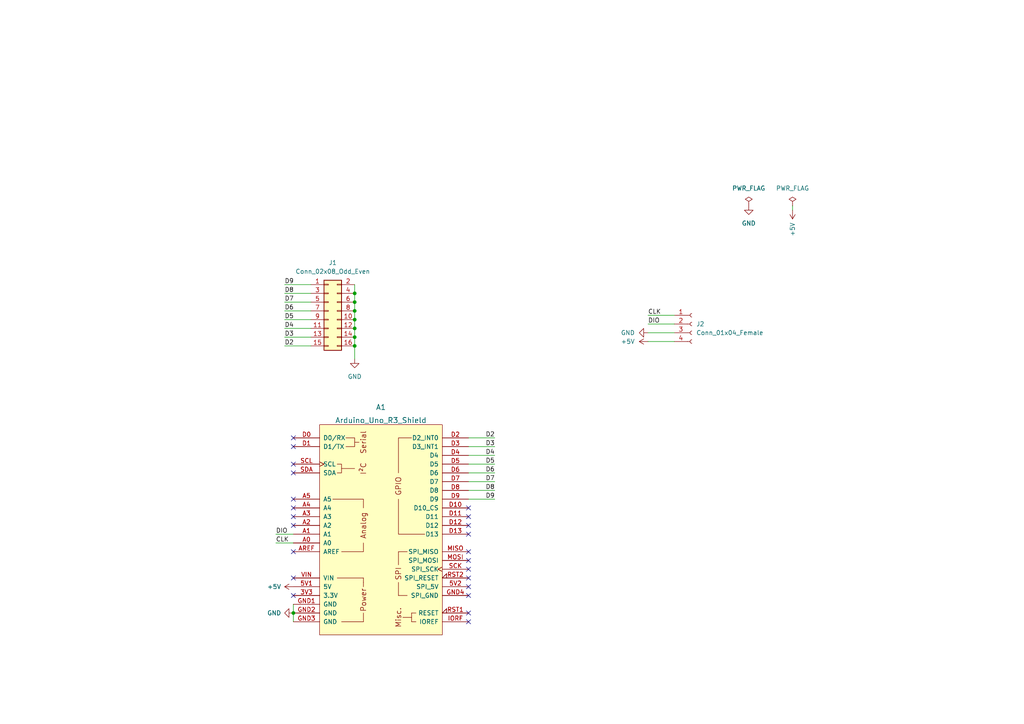
<source format=kicad_sch>
(kicad_sch (version 20211123) (generator eeschema)

  (uuid 5c8d8d1d-4bd6-47bc-97e7-9f59898eb337)

  (paper "A4")

  (lib_symbols
    (symbol "Connector:Conn_01x04_Female" (pin_names (offset 1.016) hide) (in_bom yes) (on_board yes)
      (property "Reference" "J" (id 0) (at 0 5.08 0)
        (effects (font (size 1.27 1.27)))
      )
      (property "Value" "Conn_01x04_Female" (id 1) (at 0 -7.62 0)
        (effects (font (size 1.27 1.27)))
      )
      (property "Footprint" "" (id 2) (at 0 0 0)
        (effects (font (size 1.27 1.27)) hide)
      )
      (property "Datasheet" "~" (id 3) (at 0 0 0)
        (effects (font (size 1.27 1.27)) hide)
      )
      (property "ki_keywords" "connector" (id 4) (at 0 0 0)
        (effects (font (size 1.27 1.27)) hide)
      )
      (property "ki_description" "Generic connector, single row, 01x04, script generated (kicad-library-utils/schlib/autogen/connector/)" (id 5) (at 0 0 0)
        (effects (font (size 1.27 1.27)) hide)
      )
      (property "ki_fp_filters" "Connector*:*_1x??_*" (id 6) (at 0 0 0)
        (effects (font (size 1.27 1.27)) hide)
      )
      (symbol "Conn_01x04_Female_1_1"
        (arc (start 0 -4.572) (mid -0.508 -5.08) (end 0 -5.588)
          (stroke (width 0.1524) (type default) (color 0 0 0 0))
          (fill (type none))
        )
        (arc (start 0 -2.032) (mid -0.508 -2.54) (end 0 -3.048)
          (stroke (width 0.1524) (type default) (color 0 0 0 0))
          (fill (type none))
        )
        (polyline
          (pts
            (xy -1.27 -5.08)
            (xy -0.508 -5.08)
          )
          (stroke (width 0.1524) (type default) (color 0 0 0 0))
          (fill (type none))
        )
        (polyline
          (pts
            (xy -1.27 -2.54)
            (xy -0.508 -2.54)
          )
          (stroke (width 0.1524) (type default) (color 0 0 0 0))
          (fill (type none))
        )
        (polyline
          (pts
            (xy -1.27 0)
            (xy -0.508 0)
          )
          (stroke (width 0.1524) (type default) (color 0 0 0 0))
          (fill (type none))
        )
        (polyline
          (pts
            (xy -1.27 2.54)
            (xy -0.508 2.54)
          )
          (stroke (width 0.1524) (type default) (color 0 0 0 0))
          (fill (type none))
        )
        (arc (start 0 0.508) (mid -0.508 0) (end 0 -0.508)
          (stroke (width 0.1524) (type default) (color 0 0 0 0))
          (fill (type none))
        )
        (arc (start 0 3.048) (mid -0.508 2.54) (end 0 2.032)
          (stroke (width 0.1524) (type default) (color 0 0 0 0))
          (fill (type none))
        )
        (pin passive line (at -5.08 2.54 0) (length 3.81)
          (name "Pin_1" (effects (font (size 1.27 1.27))))
          (number "1" (effects (font (size 1.27 1.27))))
        )
        (pin passive line (at -5.08 0 0) (length 3.81)
          (name "Pin_2" (effects (font (size 1.27 1.27))))
          (number "2" (effects (font (size 1.27 1.27))))
        )
        (pin passive line (at -5.08 -2.54 0) (length 3.81)
          (name "Pin_3" (effects (font (size 1.27 1.27))))
          (number "3" (effects (font (size 1.27 1.27))))
        )
        (pin passive line (at -5.08 -5.08 0) (length 3.81)
          (name "Pin_4" (effects (font (size 1.27 1.27))))
          (number "4" (effects (font (size 1.27 1.27))))
        )
      )
    )
    (symbol "Connector_Generic:Conn_02x08_Odd_Even" (pin_names (offset 1.016) hide) (in_bom yes) (on_board yes)
      (property "Reference" "J" (id 0) (at 1.27 10.16 0)
        (effects (font (size 1.27 1.27)))
      )
      (property "Value" "Conn_02x08_Odd_Even" (id 1) (at 1.27 -12.7 0)
        (effects (font (size 1.27 1.27)))
      )
      (property "Footprint" "" (id 2) (at 0 0 0)
        (effects (font (size 1.27 1.27)) hide)
      )
      (property "Datasheet" "~" (id 3) (at 0 0 0)
        (effects (font (size 1.27 1.27)) hide)
      )
      (property "ki_keywords" "connector" (id 4) (at 0 0 0)
        (effects (font (size 1.27 1.27)) hide)
      )
      (property "ki_description" "Generic connector, double row, 02x08, odd/even pin numbering scheme (row 1 odd numbers, row 2 even numbers), script generated (kicad-library-utils/schlib/autogen/connector/)" (id 5) (at 0 0 0)
        (effects (font (size 1.27 1.27)) hide)
      )
      (property "ki_fp_filters" "Connector*:*_2x??_*" (id 6) (at 0 0 0)
        (effects (font (size 1.27 1.27)) hide)
      )
      (symbol "Conn_02x08_Odd_Even_1_1"
        (rectangle (start -1.27 -10.033) (end 0 -10.287)
          (stroke (width 0.1524) (type default) (color 0 0 0 0))
          (fill (type none))
        )
        (rectangle (start -1.27 -7.493) (end 0 -7.747)
          (stroke (width 0.1524) (type default) (color 0 0 0 0))
          (fill (type none))
        )
        (rectangle (start -1.27 -4.953) (end 0 -5.207)
          (stroke (width 0.1524) (type default) (color 0 0 0 0))
          (fill (type none))
        )
        (rectangle (start -1.27 -2.413) (end 0 -2.667)
          (stroke (width 0.1524) (type default) (color 0 0 0 0))
          (fill (type none))
        )
        (rectangle (start -1.27 0.127) (end 0 -0.127)
          (stroke (width 0.1524) (type default) (color 0 0 0 0))
          (fill (type none))
        )
        (rectangle (start -1.27 2.667) (end 0 2.413)
          (stroke (width 0.1524) (type default) (color 0 0 0 0))
          (fill (type none))
        )
        (rectangle (start -1.27 5.207) (end 0 4.953)
          (stroke (width 0.1524) (type default) (color 0 0 0 0))
          (fill (type none))
        )
        (rectangle (start -1.27 7.747) (end 0 7.493)
          (stroke (width 0.1524) (type default) (color 0 0 0 0))
          (fill (type none))
        )
        (rectangle (start -1.27 8.89) (end 3.81 -11.43)
          (stroke (width 0.254) (type default) (color 0 0 0 0))
          (fill (type background))
        )
        (rectangle (start 3.81 -10.033) (end 2.54 -10.287)
          (stroke (width 0.1524) (type default) (color 0 0 0 0))
          (fill (type none))
        )
        (rectangle (start 3.81 -7.493) (end 2.54 -7.747)
          (stroke (width 0.1524) (type default) (color 0 0 0 0))
          (fill (type none))
        )
        (rectangle (start 3.81 -4.953) (end 2.54 -5.207)
          (stroke (width 0.1524) (type default) (color 0 0 0 0))
          (fill (type none))
        )
        (rectangle (start 3.81 -2.413) (end 2.54 -2.667)
          (stroke (width 0.1524) (type default) (color 0 0 0 0))
          (fill (type none))
        )
        (rectangle (start 3.81 0.127) (end 2.54 -0.127)
          (stroke (width 0.1524) (type default) (color 0 0 0 0))
          (fill (type none))
        )
        (rectangle (start 3.81 2.667) (end 2.54 2.413)
          (stroke (width 0.1524) (type default) (color 0 0 0 0))
          (fill (type none))
        )
        (rectangle (start 3.81 5.207) (end 2.54 4.953)
          (stroke (width 0.1524) (type default) (color 0 0 0 0))
          (fill (type none))
        )
        (rectangle (start 3.81 7.747) (end 2.54 7.493)
          (stroke (width 0.1524) (type default) (color 0 0 0 0))
          (fill (type none))
        )
        (pin passive line (at -5.08 7.62 0) (length 3.81)
          (name "Pin_1" (effects (font (size 1.27 1.27))))
          (number "1" (effects (font (size 1.27 1.27))))
        )
        (pin passive line (at 7.62 -2.54 180) (length 3.81)
          (name "Pin_10" (effects (font (size 1.27 1.27))))
          (number "10" (effects (font (size 1.27 1.27))))
        )
        (pin passive line (at -5.08 -5.08 0) (length 3.81)
          (name "Pin_11" (effects (font (size 1.27 1.27))))
          (number "11" (effects (font (size 1.27 1.27))))
        )
        (pin passive line (at 7.62 -5.08 180) (length 3.81)
          (name "Pin_12" (effects (font (size 1.27 1.27))))
          (number "12" (effects (font (size 1.27 1.27))))
        )
        (pin passive line (at -5.08 -7.62 0) (length 3.81)
          (name "Pin_13" (effects (font (size 1.27 1.27))))
          (number "13" (effects (font (size 1.27 1.27))))
        )
        (pin passive line (at 7.62 -7.62 180) (length 3.81)
          (name "Pin_14" (effects (font (size 1.27 1.27))))
          (number "14" (effects (font (size 1.27 1.27))))
        )
        (pin passive line (at -5.08 -10.16 0) (length 3.81)
          (name "Pin_15" (effects (font (size 1.27 1.27))))
          (number "15" (effects (font (size 1.27 1.27))))
        )
        (pin passive line (at 7.62 -10.16 180) (length 3.81)
          (name "Pin_16" (effects (font (size 1.27 1.27))))
          (number "16" (effects (font (size 1.27 1.27))))
        )
        (pin passive line (at 7.62 7.62 180) (length 3.81)
          (name "Pin_2" (effects (font (size 1.27 1.27))))
          (number "2" (effects (font (size 1.27 1.27))))
        )
        (pin passive line (at -5.08 5.08 0) (length 3.81)
          (name "Pin_3" (effects (font (size 1.27 1.27))))
          (number "3" (effects (font (size 1.27 1.27))))
        )
        (pin passive line (at 7.62 5.08 180) (length 3.81)
          (name "Pin_4" (effects (font (size 1.27 1.27))))
          (number "4" (effects (font (size 1.27 1.27))))
        )
        (pin passive line (at -5.08 2.54 0) (length 3.81)
          (name "Pin_5" (effects (font (size 1.27 1.27))))
          (number "5" (effects (font (size 1.27 1.27))))
        )
        (pin passive line (at 7.62 2.54 180) (length 3.81)
          (name "Pin_6" (effects (font (size 1.27 1.27))))
          (number "6" (effects (font (size 1.27 1.27))))
        )
        (pin passive line (at -5.08 0 0) (length 3.81)
          (name "Pin_7" (effects (font (size 1.27 1.27))))
          (number "7" (effects (font (size 1.27 1.27))))
        )
        (pin passive line (at 7.62 0 180) (length 3.81)
          (name "Pin_8" (effects (font (size 1.27 1.27))))
          (number "8" (effects (font (size 1.27 1.27))))
        )
        (pin passive line (at -5.08 -2.54 0) (length 3.81)
          (name "Pin_9" (effects (font (size 1.27 1.27))))
          (number "9" (effects (font (size 1.27 1.27))))
        )
      )
    )
    (symbol "arduino-library:Arduino_Uno_R3_Shield" (pin_names (offset 1.016)) (in_bom yes) (on_board yes)
      (property "Reference" "A" (id 0) (at 0 36.83 0)
        (effects (font (size 1.524 1.524)))
      )
      (property "Value" "Arduino_Uno_R3_Shield" (id 1) (at 0 33.02 0)
        (effects (font (size 1.524 1.524)))
      )
      (property "Footprint" "PCM_arduino-library:Arduino_Uno_R3_Shield" (id 2) (at 0 -38.1 0)
        (effects (font (size 1.524 1.524)) hide)
      )
      (property "Datasheet" "https://docs.arduino.cc/hardware/uno-rev3" (id 3) (at 0 -34.29 0)
        (effects (font (size 1.524 1.524)) hide)
      )
      (property "ki_keywords" "Arduino MPU Shield" (id 4) (at 0 0 0)
        (effects (font (size 1.27 1.27)) hide)
      )
      (property "ki_description" "Shield for Arduino Uno R3" (id 5) (at 0 0 0)
        (effects (font (size 1.27 1.27)) hide)
      )
      (property "ki_fp_filters" "Arduino_Uno_R3_Shield" (id 6) (at 0 0 0)
        (effects (font (size 1.27 1.27)) hide)
      )
      (symbol "Arduino_Uno_R3_Shield_0_0"
        (rectangle (start -17.78 30.48) (end 17.78 -30.48)
          (stroke (width 0) (type default) (color 0 0 0 0))
          (fill (type background))
        )
        (rectangle (start -12.7 -13.97) (end -5.08 -13.97)
          (stroke (width 0) (type default) (color 0 0 0 0))
          (fill (type none))
        )
        (rectangle (start -11.43 -26.67) (end -5.08 -26.67)
          (stroke (width 0) (type default) (color 0 0 0 0))
          (fill (type none))
        )
        (polyline
          (pts
            (xy -11.43 17.78)
            (xy -7.62 17.78)
          )
          (stroke (width 0) (type default) (color 0 0 0 0))
          (fill (type none))
        )
        (polyline
          (pts
            (xy -7.62 25.4)
            (xy -6.35 25.4)
          )
          (stroke (width 0) (type default) (color 0 0 0 0))
          (fill (type none))
        )
        (polyline
          (pts
            (xy -5.08 -26.67)
            (xy -5.08 -24.13)
          )
          (stroke (width 0) (type default) (color 0 0 0 0))
          (fill (type none))
        )
        (polyline
          (pts
            (xy -5.08 -15.24)
            (xy -5.08 -16.51)
          )
          (stroke (width 0) (type default) (color 0 0 0 0))
          (fill (type none))
        )
        (polyline
          (pts
            (xy -5.08 -13.97)
            (xy -5.08 -15.24)
          )
          (stroke (width 0) (type default) (color 0 0 0 0))
          (fill (type none))
        )
        (polyline
          (pts
            (xy -5.08 -3.81)
            (xy -5.08 -6.35)
            (xy -11.43 -6.35)
          )
          (stroke (width 0) (type default) (color 0 0 0 0))
          (fill (type none))
        )
        (polyline
          (pts
            (xy -5.08 6.35)
            (xy -5.08 8.89)
            (xy -13.97 8.89)
          )
          (stroke (width 0) (type default) (color 0 0 0 0))
          (fill (type none))
        )
        (polyline
          (pts
            (xy 5.08 8.89)
            (xy 5.08 -1.27)
            (xy 12.7 -1.27)
          )
          (stroke (width 0) (type default) (color 0 0 0 0))
          (fill (type none))
        )
        (polyline
          (pts
            (xy 5.08 16.51)
            (xy 5.08 26.67)
            (xy 8.89 26.67)
          )
          (stroke (width 0) (type default) (color 0 0 0 0))
          (fill (type none))
        )
        (polyline
          (pts
            (xy -12.7 19.05)
            (xy -11.43 19.05)
            (xy -11.43 16.51)
            (xy -12.7 16.51)
          )
          (stroke (width 0) (type default) (color 0 0 0 0))
          (fill (type none))
        )
        (polyline
          (pts
            (xy -10.16 26.67)
            (xy -7.62 26.67)
            (xy -7.62 24.13)
            (xy -10.16 24.13)
          )
          (stroke (width 0) (type default) (color 0 0 0 0))
          (fill (type none))
        )
        (rectangle (start 5.08 -19.05) (end 5.08 -15.24)
          (stroke (width 0) (type default) (color 0 0 0 0))
          (fill (type none))
        )
        (rectangle (start 5.08 -19.05) (end 7.62 -19.05)
          (stroke (width 0) (type default) (color 0 0 0 0))
          (fill (type none))
        )
        (rectangle (start 5.08 -10.16) (end 5.08 -6.35)
          (stroke (width 0) (type default) (color 0 0 0 0))
          (fill (type none))
        )
        (rectangle (start 7.62 -6.35) (end 5.08 -6.35)
          (stroke (width 0) (type default) (color 0 0 0 0))
          (fill (type none))
        )
        (rectangle (start 8.89 -25.4) (end 6.35 -25.4)
          (stroke (width 0) (type default) (color 0 0 0 0))
          (fill (type none))
        )
        (rectangle (start 8.89 -24.13) (end 8.89 -26.67)
          (stroke (width 0) (type default) (color 0 0 0 0))
          (fill (type none))
        )
        (rectangle (start 10.16 -26.67) (end 8.89 -26.67)
          (stroke (width 0) (type default) (color 0 0 0 0))
          (fill (type none))
        )
        (rectangle (start 10.16 -24.13) (end 8.89 -24.13)
          (stroke (width 0) (type default) (color 0 0 0 0))
          (fill (type none))
        )
        (text "Analog" (at -5.08 1.27 900)
          (effects (font (size 1.524 1.524)))
        )
        (text "I²C" (at -5.08 17.78 900)
          (effects (font (size 1.524 1.524)))
        )
        (text "Misc." (at 5.08 -25.4 900)
          (effects (font (size 1.524 1.524)))
        )
        (text "Power" (at -5.08 -20.32 900)
          (effects (font (size 1.524 1.524)))
        )
        (text "Serial" (at -5.08 25.4 900)
          (effects (font (size 1.524 1.524)))
        )
        (text "SPI" (at 5.08 -12.7 900)
          (effects (font (size 1.524 1.524)))
        )
      )
      (symbol "Arduino_Uno_R3_Shield_1_0"
        (text "GPIO" (at 5.08 12.7 900)
          (effects (font (size 1.524 1.524)))
        )
      )
      (symbol "Arduino_Uno_R3_Shield_1_1"
        (pin power_out line (at -25.4 -19.05 0) (length 7.62)
          (name "3.3V" (effects (font (size 1.27 1.27))))
          (number "3V3" (effects (font (size 1.27 1.27))))
        )
        (pin power_in line (at -25.4 -16.51 0) (length 7.62)
          (name "5V" (effects (font (size 1.27 1.27))))
          (number "5V1" (effects (font (size 1.27 1.27))))
        )
        (pin power_in line (at 25.4 -16.51 180) (length 7.62)
          (name "SPI_5V" (effects (font (size 1.27 1.27))))
          (number "5V2" (effects (font (size 1.27 1.27))))
        )
        (pin bidirectional line (at -25.4 -3.81 0) (length 7.62)
          (name "A0" (effects (font (size 1.27 1.27))))
          (number "A0" (effects (font (size 1.27 1.27))))
        )
        (pin bidirectional line (at -25.4 -1.27 0) (length 7.62)
          (name "A1" (effects (font (size 1.27 1.27))))
          (number "A1" (effects (font (size 1.27 1.27))))
        )
        (pin bidirectional line (at -25.4 1.27 0) (length 7.62)
          (name "A2" (effects (font (size 1.27 1.27))))
          (number "A2" (effects (font (size 1.27 1.27))))
        )
        (pin bidirectional line (at -25.4 3.81 0) (length 7.62)
          (name "A3" (effects (font (size 1.27 1.27))))
          (number "A3" (effects (font (size 1.27 1.27))))
        )
        (pin bidirectional line (at -25.4 6.35 0) (length 7.62)
          (name "A4" (effects (font (size 1.27 1.27))))
          (number "A4" (effects (font (size 1.27 1.27))))
        )
        (pin bidirectional line (at -25.4 8.89 0) (length 7.62)
          (name "A5" (effects (font (size 1.27 1.27))))
          (number "A5" (effects (font (size 1.27 1.27))))
        )
        (pin input line (at -25.4 -6.35 0) (length 7.62)
          (name "AREF" (effects (font (size 1.27 1.27))))
          (number "AREF" (effects (font (size 1.27 1.27))))
        )
        (pin bidirectional line (at -25.4 26.67 0) (length 7.62)
          (name "D0/RX" (effects (font (size 1.27 1.27))))
          (number "D0" (effects (font (size 1.27 1.27))))
        )
        (pin bidirectional line (at -25.4 24.13 0) (length 7.62)
          (name "D1/TX" (effects (font (size 1.27 1.27))))
          (number "D1" (effects (font (size 1.27 1.27))))
        )
        (pin bidirectional line (at 25.4 6.35 180) (length 7.62)
          (name "D10_CS" (effects (font (size 1.27 1.27))))
          (number "D10" (effects (font (size 1.27 1.27))))
        )
        (pin bidirectional line (at 25.4 3.81 180) (length 7.62)
          (name "D11" (effects (font (size 1.27 1.27))))
          (number "D11" (effects (font (size 1.27 1.27))))
        )
        (pin bidirectional line (at 25.4 1.27 180) (length 7.62)
          (name "D12" (effects (font (size 1.27 1.27))))
          (number "D12" (effects (font (size 1.27 1.27))))
        )
        (pin bidirectional line (at 25.4 -1.27 180) (length 7.62)
          (name "D13" (effects (font (size 1.27 1.27))))
          (number "D13" (effects (font (size 1.27 1.27))))
        )
        (pin bidirectional line (at 25.4 26.67 180) (length 7.62)
          (name "D2_INT0" (effects (font (size 1.27 1.27))))
          (number "D2" (effects (font (size 1.27 1.27))))
        )
        (pin bidirectional line (at 25.4 24.13 180) (length 7.62)
          (name "D3_INT1" (effects (font (size 1.27 1.27))))
          (number "D3" (effects (font (size 1.27 1.27))))
        )
        (pin bidirectional line (at 25.4 21.59 180) (length 7.62)
          (name "D4" (effects (font (size 1.27 1.27))))
          (number "D4" (effects (font (size 1.27 1.27))))
        )
        (pin bidirectional line (at 25.4 19.05 180) (length 7.62)
          (name "D5" (effects (font (size 1.27 1.27))))
          (number "D5" (effects (font (size 1.27 1.27))))
        )
        (pin bidirectional line (at 25.4 16.51 180) (length 7.62)
          (name "D6" (effects (font (size 1.27 1.27))))
          (number "D6" (effects (font (size 1.27 1.27))))
        )
        (pin bidirectional line (at 25.4 13.97 180) (length 7.62)
          (name "D7" (effects (font (size 1.27 1.27))))
          (number "D7" (effects (font (size 1.27 1.27))))
        )
        (pin bidirectional line (at 25.4 11.43 180) (length 7.62)
          (name "D8" (effects (font (size 1.27 1.27))))
          (number "D8" (effects (font (size 1.27 1.27))))
        )
        (pin bidirectional line (at 25.4 8.89 180) (length 7.62)
          (name "D9" (effects (font (size 1.27 1.27))))
          (number "D9" (effects (font (size 1.27 1.27))))
        )
        (pin power_in line (at -25.4 -21.59 0) (length 7.62)
          (name "GND" (effects (font (size 1.27 1.27))))
          (number "GND1" (effects (font (size 1.27 1.27))))
        )
        (pin power_in line (at -25.4 -24.13 0) (length 7.62)
          (name "GND" (effects (font (size 1.27 1.27))))
          (number "GND2" (effects (font (size 1.27 1.27))))
        )
        (pin power_in line (at -25.4 -26.67 0) (length 7.62)
          (name "GND" (effects (font (size 1.27 1.27))))
          (number "GND3" (effects (font (size 1.27 1.27))))
        )
        (pin power_in line (at 25.4 -19.05 180) (length 7.62)
          (name "SPI_GND" (effects (font (size 1.27 1.27))))
          (number "GND4" (effects (font (size 1.27 1.27))))
        )
        (pin output line (at 25.4 -26.67 180) (length 7.62)
          (name "IOREF" (effects (font (size 1.27 1.27))))
          (number "IORF" (effects (font (size 1.27 1.27))))
        )
        (pin input line (at 25.4 -6.35 180) (length 7.62)
          (name "SPI_MISO" (effects (font (size 1.27 1.27))))
          (number "MISO" (effects (font (size 1.27 1.27))))
        )
        (pin output line (at 25.4 -8.89 180) (length 7.62)
          (name "SPI_MOSI" (effects (font (size 1.27 1.27))))
          (number "MOSI" (effects (font (size 1.27 1.27))))
        )
        (pin open_collector input_low (at 25.4 -24.13 180) (length 7.62)
          (name "RESET" (effects (font (size 1.27 1.27))))
          (number "RST1" (effects (font (size 1.27 1.27))))
        )
        (pin open_collector input_low (at 25.4 -13.97 180) (length 7.62)
          (name "SPI_RESET" (effects (font (size 1.27 1.27))))
          (number "RST2" (effects (font (size 1.27 1.27))))
        )
        (pin output clock (at 25.4 -11.43 180) (length 7.62)
          (name "SPI_SCK" (effects (font (size 1.27 1.27))))
          (number "SCK" (effects (font (size 1.27 1.27))))
        )
        (pin bidirectional clock (at -25.4 19.05 0) (length 7.62)
          (name "SCL" (effects (font (size 1.27 1.27))))
          (number "SCL" (effects (font (size 1.27 1.27))))
        )
        (pin bidirectional line (at -25.4 16.51 0) (length 7.62)
          (name "SDA" (effects (font (size 1.27 1.27))))
          (number "SDA" (effects (font (size 1.27 1.27))))
        )
        (pin power_in line (at -25.4 -13.97 0) (length 7.62)
          (name "VIN" (effects (font (size 1.27 1.27))))
          (number "VIN" (effects (font (size 1.27 1.27))))
        )
      )
    )
    (symbol "power:+5V" (power) (pin_names (offset 0)) (in_bom yes) (on_board yes)
      (property "Reference" "#PWR" (id 0) (at 0 -3.81 0)
        (effects (font (size 1.27 1.27)) hide)
      )
      (property "Value" "+5V" (id 1) (at 0 3.556 0)
        (effects (font (size 1.27 1.27)))
      )
      (property "Footprint" "" (id 2) (at 0 0 0)
        (effects (font (size 1.27 1.27)) hide)
      )
      (property "Datasheet" "" (id 3) (at 0 0 0)
        (effects (font (size 1.27 1.27)) hide)
      )
      (property "ki_keywords" "global power" (id 4) (at 0 0 0)
        (effects (font (size 1.27 1.27)) hide)
      )
      (property "ki_description" "Power symbol creates a global label with name \"+5V\"" (id 5) (at 0 0 0)
        (effects (font (size 1.27 1.27)) hide)
      )
      (symbol "+5V_0_1"
        (polyline
          (pts
            (xy -0.762 1.27)
            (xy 0 2.54)
          )
          (stroke (width 0) (type default) (color 0 0 0 0))
          (fill (type none))
        )
        (polyline
          (pts
            (xy 0 0)
            (xy 0 2.54)
          )
          (stroke (width 0) (type default) (color 0 0 0 0))
          (fill (type none))
        )
        (polyline
          (pts
            (xy 0 2.54)
            (xy 0.762 1.27)
          )
          (stroke (width 0) (type default) (color 0 0 0 0))
          (fill (type none))
        )
      )
      (symbol "+5V_1_1"
        (pin power_in line (at 0 0 90) (length 0) hide
          (name "+5V" (effects (font (size 1.27 1.27))))
          (number "1" (effects (font (size 1.27 1.27))))
        )
      )
    )
    (symbol "power:GND" (power) (pin_names (offset 0)) (in_bom yes) (on_board yes)
      (property "Reference" "#PWR" (id 0) (at 0 -6.35 0)
        (effects (font (size 1.27 1.27)) hide)
      )
      (property "Value" "GND" (id 1) (at 0 -3.81 0)
        (effects (font (size 1.27 1.27)))
      )
      (property "Footprint" "" (id 2) (at 0 0 0)
        (effects (font (size 1.27 1.27)) hide)
      )
      (property "Datasheet" "" (id 3) (at 0 0 0)
        (effects (font (size 1.27 1.27)) hide)
      )
      (property "ki_keywords" "global power" (id 4) (at 0 0 0)
        (effects (font (size 1.27 1.27)) hide)
      )
      (property "ki_description" "Power symbol creates a global label with name \"GND\" , ground" (id 5) (at 0 0 0)
        (effects (font (size 1.27 1.27)) hide)
      )
      (symbol "GND_0_1"
        (polyline
          (pts
            (xy 0 0)
            (xy 0 -1.27)
            (xy 1.27 -1.27)
            (xy 0 -2.54)
            (xy -1.27 -1.27)
            (xy 0 -1.27)
          )
          (stroke (width 0) (type default) (color 0 0 0 0))
          (fill (type none))
        )
      )
      (symbol "GND_1_1"
        (pin power_in line (at 0 0 270) (length 0) hide
          (name "GND" (effects (font (size 1.27 1.27))))
          (number "1" (effects (font (size 1.27 1.27))))
        )
      )
    )
    (symbol "power:PWR_FLAG" (power) (pin_numbers hide) (pin_names (offset 0) hide) (in_bom yes) (on_board yes)
      (property "Reference" "#FLG" (id 0) (at 0 1.905 0)
        (effects (font (size 1.27 1.27)) hide)
      )
      (property "Value" "PWR_FLAG" (id 1) (at 0 3.81 0)
        (effects (font (size 1.27 1.27)))
      )
      (property "Footprint" "" (id 2) (at 0 0 0)
        (effects (font (size 1.27 1.27)) hide)
      )
      (property "Datasheet" "~" (id 3) (at 0 0 0)
        (effects (font (size 1.27 1.27)) hide)
      )
      (property "ki_keywords" "flag power" (id 4) (at 0 0 0)
        (effects (font (size 1.27 1.27)) hide)
      )
      (property "ki_description" "Special symbol for telling ERC where power comes from" (id 5) (at 0 0 0)
        (effects (font (size 1.27 1.27)) hide)
      )
      (symbol "PWR_FLAG_0_0"
        (pin power_out line (at 0 0 90) (length 0)
          (name "pwr" (effects (font (size 1.27 1.27))))
          (number "1" (effects (font (size 1.27 1.27))))
        )
      )
      (symbol "PWR_FLAG_0_1"
        (polyline
          (pts
            (xy 0 0)
            (xy 0 1.27)
            (xy -1.016 1.905)
            (xy 0 2.54)
            (xy 1.016 1.905)
            (xy 0 1.27)
          )
          (stroke (width 0) (type default) (color 0 0 0 0))
          (fill (type none))
        )
      )
    )
  )

  (junction (at 102.87 92.71) (diameter 0) (color 0 0 0 0)
    (uuid 047334ea-1100-411b-9afb-e53062b3da86)
  )
  (junction (at 102.87 85.09) (diameter 0) (color 0 0 0 0)
    (uuid 0625e7d9-d2ba-44c1-811d-f628253ccdaa)
  )
  (junction (at 102.87 95.25) (diameter 0) (color 0 0 0 0)
    (uuid 0780255c-33d2-49b2-8156-134cfde99241)
  )
  (junction (at 102.87 100.33) (diameter 0) (color 0 0 0 0)
    (uuid 0d57e585-2c0b-4260-8af9-8d0a5099fb77)
  )
  (junction (at 85.09 177.8) (diameter 0) (color 0 0 0 0)
    (uuid 4efef6b4-910c-4354-b33c-076642c5b2d0)
  )
  (junction (at 102.87 90.17) (diameter 0) (color 0 0 0 0)
    (uuid 6fdfc377-283e-45d0-a1c4-e9732e984015)
  )
  (junction (at 102.87 87.63) (diameter 0) (color 0 0 0 0)
    (uuid 95db8333-78ac-444f-91aa-533652b3615c)
  )
  (junction (at 102.87 97.79) (diameter 0) (color 0 0 0 0)
    (uuid 98989459-82d8-42cc-9d67-9b8c22acee91)
  )

  (no_connect (at 85.09 152.4) (uuid 06301d29-6e7e-4cd9-acb3-3e1c54b0d869))
  (no_connect (at 135.89 170.18) (uuid 15caf1d8-9ef6-4b6d-be93-29da1b9bd251))
  (no_connect (at 135.89 165.1) (uuid 1a085bbd-8019-4b9c-b952-b463222e1ffb))
  (no_connect (at 85.09 127) (uuid 2e60ff4e-7775-4dde-a78d-0022439a5c56))
  (no_connect (at 135.89 167.64) (uuid 368d1741-9b35-46bc-8ce2-25d8a9c408e7))
  (no_connect (at 135.89 149.86) (uuid 42aed585-3a62-42ee-a829-46780b45ed14))
  (no_connect (at 85.09 129.54) (uuid 4adcb116-e045-40e9-93bd-3efca71d7b7a))
  (no_connect (at 135.89 162.56) (uuid 4f49c090-2ad9-4694-8160-1ee62358e6fa))
  (no_connect (at 85.09 137.16) (uuid 58044bc4-6fb2-4c31-9d01-2fe6942e558e))
  (no_connect (at 135.89 152.4) (uuid 707474b2-1800-4de8-988f-4d0add57ca98))
  (no_connect (at 85.09 147.32) (uuid 8e49b206-eb40-4aa2-9825-0b9310401125))
  (no_connect (at 85.09 160.02) (uuid 96f84e3e-465c-47ad-8e51-aa344fb26c27))
  (no_connect (at 85.09 144.78) (uuid a286d8ba-8959-4bd3-bd30-157387a30555))
  (no_connect (at 135.89 147.32) (uuid a9ec0a06-8c20-4f18-9ddd-82e50704aa3e))
  (no_connect (at 135.89 177.8) (uuid aa486421-0aea-4bf2-92fb-864cb0914245))
  (no_connect (at 135.89 172.72) (uuid afac3460-2e1e-488f-b579-bb0d17975b7c))
  (no_connect (at 85.09 134.62) (uuid b05294ef-2fa1-49ed-8e57-ac92bd63749f))
  (no_connect (at 135.89 180.34) (uuid bc3965e0-364c-4c0c-93bc-14ad49e89303))
  (no_connect (at 85.09 167.64) (uuid c38b3fb1-6ed7-4fb4-a86f-1c9edd5a4019))
  (no_connect (at 135.89 154.94) (uuid c83d30e4-d7e5-42d2-9afa-ee7233c64cf6))
  (no_connect (at 85.09 172.72) (uuid d6cd8371-d63a-4b5b-9cd4-9ffac443db3e))
  (no_connect (at 85.09 149.86) (uuid e7c00c5a-4350-40e1-89dc-7ab502baf2c1))
  (no_connect (at 135.89 160.02) (uuid e82a0b87-6e52-475b-bc39-24a07965600b))

  (wire (pts (xy 82.55 100.33) (xy 90.17 100.33))
    (stroke (width 0) (type default) (color 0 0 0 0))
    (uuid 04b357de-bfe2-431c-84bd-8ef165424219)
  )
  (wire (pts (xy 82.55 92.71) (xy 90.17 92.71))
    (stroke (width 0) (type default) (color 0 0 0 0))
    (uuid 106a84a9-acf5-48da-a8c8-8b71081075c5)
  )
  (wire (pts (xy 102.87 87.63) (xy 102.87 90.17))
    (stroke (width 0) (type default) (color 0 0 0 0))
    (uuid 1ebe7957-a50c-49f4-83b6-10b32715ef5b)
  )
  (wire (pts (xy 82.55 87.63) (xy 90.17 87.63))
    (stroke (width 0) (type default) (color 0 0 0 0))
    (uuid 241258d3-d471-4d1d-8021-17dc36c4a196)
  )
  (wire (pts (xy 102.87 97.79) (xy 102.87 100.33))
    (stroke (width 0) (type default) (color 0 0 0 0))
    (uuid 26ce7b49-c985-4e5e-ac37-48c9ad1fe246)
  )
  (wire (pts (xy 102.87 82.55) (xy 102.87 85.09))
    (stroke (width 0) (type default) (color 0 0 0 0))
    (uuid 29693e15-5f8c-40b5-b394-b9f5024ccb9f)
  )
  (wire (pts (xy 135.89 127) (xy 143.51 127))
    (stroke (width 0) (type default) (color 0 0 0 0))
    (uuid 31159855-cabf-4ab7-884e-d2d2f19577f7)
  )
  (wire (pts (xy 102.87 100.33) (xy 102.87 104.14))
    (stroke (width 0) (type default) (color 0 0 0 0))
    (uuid 33e661a2-fe32-4d02-b466-791e5b7c5262)
  )
  (wire (pts (xy 135.89 139.7) (xy 143.51 139.7))
    (stroke (width 0) (type default) (color 0 0 0 0))
    (uuid 4110d223-5365-430c-8a89-e27e497c2f8f)
  )
  (wire (pts (xy 187.96 93.98) (xy 195.58 93.98))
    (stroke (width 0) (type default) (color 0 0 0 0))
    (uuid 42e687da-c57a-47c1-9890-134a11e2f88f)
  )
  (wire (pts (xy 102.87 90.17) (xy 102.87 92.71))
    (stroke (width 0) (type default) (color 0 0 0 0))
    (uuid 452ff091-b051-48f8-9b59-abc1e7a5cbec)
  )
  (wire (pts (xy 135.89 134.62) (xy 143.51 134.62))
    (stroke (width 0) (type default) (color 0 0 0 0))
    (uuid 68671813-4caf-4824-9d3c-9aa838dceeec)
  )
  (wire (pts (xy 80.01 154.94) (xy 85.09 154.94))
    (stroke (width 0) (type default) (color 0 0 0 0))
    (uuid 6c4db6dd-a9c6-424c-894d-8259d0ef9fd9)
  )
  (wire (pts (xy 187.96 91.44) (xy 195.58 91.44))
    (stroke (width 0) (type default) (color 0 0 0 0))
    (uuid 6fa91e24-72c0-4f91-be07-b285c67f406b)
  )
  (wire (pts (xy 135.89 144.78) (xy 143.51 144.78))
    (stroke (width 0) (type default) (color 0 0 0 0))
    (uuid 739b81d9-5a85-4b35-8a67-613f9df9ce82)
  )
  (wire (pts (xy 187.96 96.52) (xy 195.58 96.52))
    (stroke (width 0) (type default) (color 0 0 0 0))
    (uuid 74b8ea10-8fc2-4851-8aae-9dda50c6af3e)
  )
  (wire (pts (xy 102.87 92.71) (xy 102.87 95.25))
    (stroke (width 0) (type default) (color 0 0 0 0))
    (uuid 76819e27-e671-4f00-8210-6889c65d59c6)
  )
  (wire (pts (xy 82.55 82.55) (xy 90.17 82.55))
    (stroke (width 0) (type default) (color 0 0 0 0))
    (uuid 77669d5c-870e-4391-bcf1-4c291018b211)
  )
  (wire (pts (xy 187.96 99.06) (xy 195.58 99.06))
    (stroke (width 0) (type default) (color 0 0 0 0))
    (uuid 8c99488a-ff51-4460-b292-3062876e0bc7)
  )
  (wire (pts (xy 135.89 142.24) (xy 143.51 142.24))
    (stroke (width 0) (type default) (color 0 0 0 0))
    (uuid 8e53e09e-ea66-466a-9d1a-d015a931a4a3)
  )
  (wire (pts (xy 102.87 95.25) (xy 102.87 97.79))
    (stroke (width 0) (type default) (color 0 0 0 0))
    (uuid 90b15ac3-a4bc-4422-8179-96f23589dfba)
  )
  (wire (pts (xy 85.09 177.8) (xy 85.09 180.34))
    (stroke (width 0) (type default) (color 0 0 0 0))
    (uuid 9171851f-eb02-4c08-88d4-450297646223)
  )
  (wire (pts (xy 82.55 97.79) (xy 90.17 97.79))
    (stroke (width 0) (type default) (color 0 0 0 0))
    (uuid 9d62fcca-9226-4e10-910b-09aa890c410b)
  )
  (wire (pts (xy 102.87 85.09) (xy 102.87 87.63))
    (stroke (width 0) (type default) (color 0 0 0 0))
    (uuid 9e57548c-7d1c-48cb-bac4-63b96abf1b35)
  )
  (wire (pts (xy 229.87 59.69) (xy 229.87 60.96))
    (stroke (width 0) (type default) (color 0 0 0 0))
    (uuid a41a42b3-22f3-486c-8b7a-e852e8a0f263)
  )
  (wire (pts (xy 85.09 175.26) (xy 85.09 177.8))
    (stroke (width 0) (type default) (color 0 0 0 0))
    (uuid b0cd53b4-7523-45d5-9fae-1cac6d9ba823)
  )
  (wire (pts (xy 82.55 95.25) (xy 90.17 95.25))
    (stroke (width 0) (type default) (color 0 0 0 0))
    (uuid b9f82bbd-0151-4f77-87c2-13406499c9e8)
  )
  (wire (pts (xy 135.89 137.16) (xy 143.51 137.16))
    (stroke (width 0) (type default) (color 0 0 0 0))
    (uuid bc21552e-2e75-4130-8090-d52f4e1bb0b5)
  )
  (wire (pts (xy 82.55 90.17) (xy 90.17 90.17))
    (stroke (width 0) (type default) (color 0 0 0 0))
    (uuid d5f340a7-3ec5-43f6-a027-8dcec0e1f67e)
  )
  (wire (pts (xy 82.55 85.09) (xy 90.17 85.09))
    (stroke (width 0) (type default) (color 0 0 0 0))
    (uuid da5bd3dc-361b-4fe5-acd8-0f1a2ab338f7)
  )
  (wire (pts (xy 135.89 132.08) (xy 143.51 132.08))
    (stroke (width 0) (type default) (color 0 0 0 0))
    (uuid efa890aa-3fe4-4e15-a763-063516d37fcf)
  )
  (wire (pts (xy 80.01 157.48) (xy 85.09 157.48))
    (stroke (width 0) (type default) (color 0 0 0 0))
    (uuid f13589fe-8424-4b99-8316-d3f0a67fa15a)
  )
  (wire (pts (xy 135.89 129.54) (xy 143.51 129.54))
    (stroke (width 0) (type default) (color 0 0 0 0))
    (uuid f64c2258-184a-43f0-83d6-2a9ac1440a3c)
  )

  (label "D4" (at 82.55 95.25 0)
    (effects (font (size 1.27 1.27)) (justify left bottom))
    (uuid 2c3c93d3-79e4-4dd5-9c21-fa07b0545c51)
  )
  (label "CLK" (at 80.01 157.48 0)
    (effects (font (size 1.27 1.27)) (justify left bottom))
    (uuid 2ccb285c-5cb3-4621-9b6a-d74ca3692bfb)
  )
  (label "D5" (at 82.55 92.71 0)
    (effects (font (size 1.27 1.27)) (justify left bottom))
    (uuid 39df2a07-1ce2-420c-9bc8-a9a178cc201c)
  )
  (label "D9" (at 143.51 144.78 180)
    (effects (font (size 1.27 1.27)) (justify right bottom))
    (uuid 3b4e5c72-2ad7-4bff-a4b7-8425c5bd4d12)
  )
  (label "D2" (at 82.55 100.33 0)
    (effects (font (size 1.27 1.27)) (justify left bottom))
    (uuid 470f9da5-0dfa-4e65-b6fb-0aaf42a04378)
  )
  (label "CLK" (at 187.96 91.44 0)
    (effects (font (size 1.27 1.27)) (justify left bottom))
    (uuid 512bc7a7-4c3e-4f03-a67f-8c5d6c000d66)
  )
  (label "D2" (at 143.51 127 180)
    (effects (font (size 1.27 1.27)) (justify right bottom))
    (uuid 60da7a84-d272-4250-8310-0666df03e2e6)
  )
  (label "D8" (at 82.55 85.09 0)
    (effects (font (size 1.27 1.27)) (justify left bottom))
    (uuid 6658368a-e40c-4d9f-83ec-4c30137f048e)
  )
  (label "D7" (at 82.55 87.63 0)
    (effects (font (size 1.27 1.27)) (justify left bottom))
    (uuid 6c4e4448-0d52-4fd6-885b-03e871a009e0)
  )
  (label "D5" (at 143.51 134.62 180)
    (effects (font (size 1.27 1.27)) (justify right bottom))
    (uuid 7ecd2700-0cae-4fe4-bec7-0e878df358b4)
  )
  (label "D7" (at 143.51 139.7 180)
    (effects (font (size 1.27 1.27)) (justify right bottom))
    (uuid 8a80ff2f-7819-40d7-ab0d-35ceecf82131)
  )
  (label "D4" (at 143.51 132.08 180)
    (effects (font (size 1.27 1.27)) (justify right bottom))
    (uuid ae7d97bf-ef64-4f40-b88c-faf9ed859d18)
  )
  (label "D9" (at 82.55 82.55 0)
    (effects (font (size 1.27 1.27)) (justify left bottom))
    (uuid b0d7cd1a-a560-481f-9222-22ebe2d554aa)
  )
  (label "D8" (at 143.51 142.24 180)
    (effects (font (size 1.27 1.27)) (justify right bottom))
    (uuid cb380849-5313-4a27-8602-3b28a409e30d)
  )
  (label "D6" (at 82.55 90.17 0)
    (effects (font (size 1.27 1.27)) (justify left bottom))
    (uuid d21981b9-7ecc-4596-994f-7d2d7b0298fa)
  )
  (label "D3" (at 82.55 97.79 0)
    (effects (font (size 1.27 1.27)) (justify left bottom))
    (uuid d8e34165-fbdd-4f83-9533-6a3066a0b8c3)
  )
  (label "DIO" (at 187.96 93.98 0)
    (effects (font (size 1.27 1.27)) (justify left bottom))
    (uuid e4654b02-45f1-41bf-b456-ee81b7998b20)
  )
  (label "D6" (at 143.51 137.16 180)
    (effects (font (size 1.27 1.27)) (justify right bottom))
    (uuid e82ca82e-6f27-45fa-ae8a-162e6d755645)
  )
  (label "D3" (at 143.51 129.54 180)
    (effects (font (size 1.27 1.27)) (justify right bottom))
    (uuid f0883736-014a-44fe-9172-5e422bdad1b2)
  )
  (label "DIO" (at 80.01 154.94 0)
    (effects (font (size 1.27 1.27)) (justify left bottom))
    (uuid faaab554-58d2-4b94-a764-38583158b193)
  )

  (symbol (lib_id "power:GND") (at 187.96 96.52 270) (unit 1)
    (in_bom yes) (on_board yes)
    (uuid 15954898-a255-4d6f-8582-0dc9181e8a19)
    (property "Reference" "#PWR04" (id 0) (at 181.61 96.52 0)
      (effects (font (size 1.27 1.27)) hide)
    )
    (property "Value" "GND" (id 1) (at 184.15 96.5199 90)
      (effects (font (size 1.27 1.27)) (justify right))
    )
    (property "Footprint" "" (id 2) (at 187.96 96.52 0)
      (effects (font (size 1.27 1.27)) hide)
    )
    (property "Datasheet" "" (id 3) (at 187.96 96.52 0)
      (effects (font (size 1.27 1.27)) hide)
    )
    (pin "1" (uuid f307ba73-eb27-4689-b93b-44305fdd1bcc))
  )

  (symbol (lib_id "power:+5V") (at 187.96 99.06 90) (unit 1)
    (in_bom yes) (on_board yes) (fields_autoplaced)
    (uuid 36c65992-5ab3-4b5c-9c77-3261cda6cf03)
    (property "Reference" "#PWR05" (id 0) (at 191.77 99.06 0)
      (effects (font (size 1.27 1.27)) hide)
    )
    (property "Value" "+5V" (id 1) (at 184.15 99.0599 90)
      (effects (font (size 1.27 1.27)) (justify left))
    )
    (property "Footprint" "" (id 2) (at 187.96 99.06 0)
      (effects (font (size 1.27 1.27)) hide)
    )
    (property "Datasheet" "" (id 3) (at 187.96 99.06 0)
      (effects (font (size 1.27 1.27)) hide)
    )
    (pin "1" (uuid 638a3111-c86c-4674-9cc9-939aab03ae59))
  )

  (symbol (lib_id "power:GND") (at 217.17 59.69 0) (unit 1)
    (in_bom yes) (on_board yes) (fields_autoplaced)
    (uuid 5dd38ddf-23ac-46c1-b7d6-b83703679880)
    (property "Reference" "#PWR06" (id 0) (at 217.17 66.04 0)
      (effects (font (size 1.27 1.27)) hide)
    )
    (property "Value" "GND" (id 1) (at 217.17 64.77 0))
    (property "Footprint" "" (id 2) (at 217.17 59.69 0)
      (effects (font (size 1.27 1.27)) hide)
    )
    (property "Datasheet" "" (id 3) (at 217.17 59.69 0)
      (effects (font (size 1.27 1.27)) hide)
    )
    (pin "1" (uuid c531ac0a-58ca-4b56-b8af-dddb0503c257))
  )

  (symbol (lib_id "power:PWR_FLAG") (at 217.17 59.69 0) (unit 1)
    (in_bom yes) (on_board yes) (fields_autoplaced)
    (uuid 7582b70e-18da-4b66-971a-983d30749064)
    (property "Reference" "#FLG01" (id 0) (at 217.17 57.785 0)
      (effects (font (size 1.27 1.27)) hide)
    )
    (property "Value" "PWR_FLAG" (id 1) (at 217.17 54.61 0))
    (property "Footprint" "" (id 2) (at 217.17 59.69 0)
      (effects (font (size 1.27 1.27)) hide)
    )
    (property "Datasheet" "~" (id 3) (at 217.17 59.69 0)
      (effects (font (size 1.27 1.27)) hide)
    )
    (pin "1" (uuid f783df58-8263-4054-89ab-b8d740467aae))
  )

  (symbol (lib_id "power:PWR_FLAG") (at 229.87 59.69 0) (unit 1)
    (in_bom yes) (on_board yes) (fields_autoplaced)
    (uuid 903810ce-13f7-4b90-b9e5-638624c44a2e)
    (property "Reference" "#FLG0101" (id 0) (at 229.87 57.785 0)
      (effects (font (size 1.27 1.27)) hide)
    )
    (property "Value" "PWR_FLAG" (id 1) (at 229.87 54.61 0))
    (property "Footprint" "" (id 2) (at 229.87 59.69 0)
      (effects (font (size 1.27 1.27)) hide)
    )
    (property "Datasheet" "~" (id 3) (at 229.87 59.69 0)
      (effects (font (size 1.27 1.27)) hide)
    )
    (pin "1" (uuid 9ae3077c-ff65-446c-8c97-ec430039d57f))
  )

  (symbol (lib_id "power:+5V") (at 85.09 170.18 90) (unit 1)
    (in_bom yes) (on_board yes)
    (uuid 949ddfa5-80c5-4066-a10b-f912bae0b2b6)
    (property "Reference" "#PWR01" (id 0) (at 88.9 170.18 0)
      (effects (font (size 1.27 1.27)) hide)
    )
    (property "Value" "+5V" (id 1) (at 77.47 170.18 90)
      (effects (font (size 1.27 1.27)) (justify right))
    )
    (property "Footprint" "" (id 2) (at 85.09 170.18 0)
      (effects (font (size 1.27 1.27)) hide)
    )
    (property "Datasheet" "" (id 3) (at 85.09 170.18 0)
      (effects (font (size 1.27 1.27)) hide)
    )
    (pin "1" (uuid 798b639e-8fac-44d2-869a-9a9dfe5ae703))
  )

  (symbol (lib_id "power:GND") (at 102.87 104.14 0) (unit 1)
    (in_bom yes) (on_board yes) (fields_autoplaced)
    (uuid a2d93488-73e3-4783-b6d9-65517577ea59)
    (property "Reference" "#PWR03" (id 0) (at 102.87 110.49 0)
      (effects (font (size 1.27 1.27)) hide)
    )
    (property "Value" "GND" (id 1) (at 102.87 109.22 0))
    (property "Footprint" "" (id 2) (at 102.87 104.14 0)
      (effects (font (size 1.27 1.27)) hide)
    )
    (property "Datasheet" "" (id 3) (at 102.87 104.14 0)
      (effects (font (size 1.27 1.27)) hide)
    )
    (pin "1" (uuid 8fc30c27-cbda-4297-9ed0-74ae3c5a2e44))
  )

  (symbol (lib_id "power:+5V") (at 229.87 60.96 180) (unit 1)
    (in_bom yes) (on_board yes)
    (uuid a4fa2aec-6b07-4ffb-a399-f34b24a8718f)
    (property "Reference" "#PWR0101" (id 0) (at 229.87 57.15 0)
      (effects (font (size 1.27 1.27)) hide)
    )
    (property "Value" "+5V" (id 1) (at 229.87 68.58 90)
      (effects (font (size 1.27 1.27)) (justify right))
    )
    (property "Footprint" "" (id 2) (at 229.87 60.96 0)
      (effects (font (size 1.27 1.27)) hide)
    )
    (property "Datasheet" "" (id 3) (at 229.87 60.96 0)
      (effects (font (size 1.27 1.27)) hide)
    )
    (pin "1" (uuid 76337383-b1b6-4294-9359-787581c4ac76))
  )

  (symbol (lib_id "Connector_Generic:Conn_02x08_Odd_Even") (at 95.25 90.17 0) (unit 1)
    (in_bom yes) (on_board yes) (fields_autoplaced)
    (uuid b59bfd70-da37-4422-84d1-f2ddc5c33eb1)
    (property "Reference" "J1" (id 0) (at 96.52 76.2 0))
    (property "Value" "Conn_02x08_Odd_Even" (id 1) (at 96.52 78.74 0))
    (property "Footprint" "Connector_PinSocket_2.54mm:PinSocket_2x08_P2.54mm_Vertical" (id 2) (at 95.25 90.17 0)
      (effects (font (size 1.27 1.27)) hide)
    )
    (property "Datasheet" "~" (id 3) (at 95.25 90.17 0)
      (effects (font (size 1.27 1.27)) hide)
    )
    (pin "1" (uuid dfc2fa40-32da-483a-8aa7-a7f18dcd042a))
    (pin "10" (uuid 2513d1e6-c2ae-47d0-a5ad-de5b6f234a63))
    (pin "11" (uuid 3617c615-fdd0-46b0-ae63-55f8d665cea9))
    (pin "12" (uuid e25dc013-b412-438a-9736-7b2205418a64))
    (pin "13" (uuid 6649d231-456b-4de6-9973-d7335318e677))
    (pin "14" (uuid 9de6c20f-4d5f-4396-becd-74565f58c4ab))
    (pin "15" (uuid 0c9b6bd5-3281-44f9-8916-307b5e2b5879))
    (pin "16" (uuid 40b6380e-0cd4-4f9d-bd79-33bdceaeb75b))
    (pin "2" (uuid 93c8c8e1-c97b-4faa-8b31-c9e78e31666d))
    (pin "3" (uuid c147675a-cc42-4c31-8692-c8583d9a4553))
    (pin "4" (uuid ac809371-d6af-4935-9cae-9b07eec0c69b))
    (pin "5" (uuid 14c1222f-0ae4-4997-823e-82fe8582b35f))
    (pin "6" (uuid 15d09574-b6e1-4bfc-828e-1c45f8d7be4d))
    (pin "7" (uuid 46885000-e431-4d6b-ae8f-3305ad5219b9))
    (pin "8" (uuid aa0042b5-27f3-4fdb-8d91-efd8b8af5a10))
    (pin "9" (uuid 667c2126-6569-4c1d-a814-35b51387c59a))
  )

  (symbol (lib_id "Connector:Conn_01x04_Female") (at 200.66 93.98 0) (unit 1)
    (in_bom yes) (on_board yes) (fields_autoplaced)
    (uuid bec23d97-8b15-4812-a44f-7c7f62931a9b)
    (property "Reference" "J2" (id 0) (at 201.93 93.9799 0)
      (effects (font (size 1.27 1.27)) (justify left))
    )
    (property "Value" "Conn_01x04_Female" (id 1) (at 201.93 96.5199 0)
      (effects (font (size 1.27 1.27)) (justify left))
    )
    (property "Footprint" "EcoIDTester:TM1637_Module" (id 2) (at 200.66 93.98 0)
      (effects (font (size 1.27 1.27)) hide)
    )
    (property "Datasheet" "~" (id 3) (at 200.66 93.98 0)
      (effects (font (size 1.27 1.27)) hide)
    )
    (pin "1" (uuid bca62127-3dbc-4611-927b-bd9fa1d2ca43))
    (pin "2" (uuid d14cf76f-1b55-43c0-9d3b-597e2f0d03ee))
    (pin "3" (uuid 3acb3686-77ac-4252-929d-30c5e0dd475f))
    (pin "4" (uuid bdc904c8-f46e-4b0d-abef-7ae4c0cc95bf))
  )

  (symbol (lib_id "power:GND") (at 85.09 177.8 270) (unit 1)
    (in_bom yes) (on_board yes)
    (uuid c5666bd9-35ea-4de3-bc06-74e6655f5705)
    (property "Reference" "#PWR02" (id 0) (at 78.74 177.8 0)
      (effects (font (size 1.27 1.27)) hide)
    )
    (property "Value" "GND" (id 1) (at 77.47 177.8 90)
      (effects (font (size 1.27 1.27)) (justify left))
    )
    (property "Footprint" "" (id 2) (at 85.09 177.8 0)
      (effects (font (size 1.27 1.27)) hide)
    )
    (property "Datasheet" "" (id 3) (at 85.09 177.8 0)
      (effects (font (size 1.27 1.27)) hide)
    )
    (pin "1" (uuid 862ae5c5-b1e2-4975-94ff-b7761cd6ec7d))
  )

  (symbol (lib_id "arduino-library:Arduino_Uno_R3_Shield") (at 110.49 153.67 0) (unit 1)
    (in_bom yes) (on_board yes) (fields_autoplaced)
    (uuid f4607673-872d-48d9-a525-e785132d6052)
    (property "Reference" "A1" (id 0) (at 110.49 118.11 0)
      (effects (font (size 1.524 1.524)))
    )
    (property "Value" "Arduino_Uno_R3_Shield" (id 1) (at 110.49 121.92 0)
      (effects (font (size 1.524 1.524)))
    )
    (property "Footprint" "EcoIDTester:Arduino_Uno_R3_Shield" (id 2) (at 110.49 191.77 0)
      (effects (font (size 1.524 1.524)) hide)
    )
    (property "Datasheet" "https://docs.arduino.cc/hardware/uno-rev3" (id 3) (at 110.49 187.96 0)
      (effects (font (size 1.524 1.524)) hide)
    )
    (pin "3V3" (uuid 4c0bcce4-1238-4b63-b6a0-7428e586dca6))
    (pin "5V1" (uuid 6d06c028-6c3c-4861-a7f0-1790499ff91b))
    (pin "5V2" (uuid c387b6ed-bd4d-467e-811d-fed8fdeaf812))
    (pin "A0" (uuid f915681b-352e-4f5d-ade3-fc789407ed37))
    (pin "A1" (uuid b1ca25b2-b42a-4297-843c-83a2bc793dc7))
    (pin "A2" (uuid 2b6f47f7-b8c1-4fae-bf38-ff4407987f34))
    (pin "A3" (uuid 1d50f36e-300a-4208-a25d-8b4d95920f4c))
    (pin "A4" (uuid a76e1a26-796b-4667-95c8-1798b91245e2))
    (pin "A5" (uuid b4def7c7-0588-4441-8d82-3e5909d1a665))
    (pin "AREF" (uuid 69e01690-240a-4b95-b087-a3f8384d1472))
    (pin "D0" (uuid b5c4af57-1e07-48ac-b04c-dcd46f195065))
    (pin "D1" (uuid a9fd42d6-4926-4bff-805d-279d1e2730d6))
    (pin "D10" (uuid 954bc625-d647-405d-9621-697a858375fc))
    (pin "D11" (uuid ad3add31-12df-4b8e-a23b-c7590f4a765b))
    (pin "D12" (uuid 7e84445b-9fc9-4376-a8e4-59ef23935344))
    (pin "D13" (uuid ab0a7eb4-6e29-48d7-ad17-f60c95fa7162))
    (pin "D2" (uuid 36f0b0c5-0b90-465d-a413-d0cfd3915652))
    (pin "D3" (uuid 01d6f9f4-b919-4cfb-8cf1-3768ffced13d))
    (pin "D4" (uuid c87cd0e8-79f4-445e-9d42-b74a02adb8cf))
    (pin "D5" (uuid 1e55d48d-678b-4dd4-83ac-2784728f11f0))
    (pin "D6" (uuid f15cc766-2c70-4ba8-b17a-70d2a57b5bb5))
    (pin "D7" (uuid b2c2935d-b950-43e5-abc7-6c2da5948f7b))
    (pin "D8" (uuid 1c0f9c12-ec53-4b86-80b0-a4bf04625bfe))
    (pin "D9" (uuid 3322b158-6cb6-4041-be1e-eeae6cd84947))
    (pin "GND1" (uuid a31299d4-b452-4480-ba39-3a2dde8f6529))
    (pin "GND2" (uuid dac189d6-aa56-41e1-8942-8c8592246672))
    (pin "GND3" (uuid e38cbfe0-393c-4a38-9891-53d910ccf511))
    (pin "GND4" (uuid e83dc3c4-536b-498c-a511-554d1d66efbf))
    (pin "IORF" (uuid 314ade01-1cd1-4d60-8718-26016462f6c0))
    (pin "MISO" (uuid 94a7fc7e-e80c-4a17-b14a-715097368242))
    (pin "MOSI" (uuid 44c904ca-685e-44b4-896c-08f7673b1892))
    (pin "RST1" (uuid 13e243da-1360-408b-9f42-fde6ce52bba9))
    (pin "RST2" (uuid df05566d-7f9c-4617-b2f1-536d1eeecb3e))
    (pin "SCK" (uuid ff857b71-2254-4daf-a71f-5320e38fb49b))
    (pin "SCL" (uuid cb5d0fd2-7dcf-4018-ab85-11e36c2f560b))
    (pin "SDA" (uuid b46a4bb0-29b1-46f1-9bf7-04fc03a0f875))
    (pin "VIN" (uuid 2af94d49-f363-4d0c-9feb-792d13e920d7))
  )

  (sheet_instances
    (path "/" (page "1"))
  )

  (symbol_instances
    (path "/7582b70e-18da-4b66-971a-983d30749064"
      (reference "#FLG01") (unit 1) (value "PWR_FLAG") (footprint "")
    )
    (path "/903810ce-13f7-4b90-b9e5-638624c44a2e"
      (reference "#FLG0101") (unit 1) (value "PWR_FLAG") (footprint "")
    )
    (path "/949ddfa5-80c5-4066-a10b-f912bae0b2b6"
      (reference "#PWR01") (unit 1) (value "+5V") (footprint "")
    )
    (path "/c5666bd9-35ea-4de3-bc06-74e6655f5705"
      (reference "#PWR02") (unit 1) (value "GND") (footprint "")
    )
    (path "/a2d93488-73e3-4783-b6d9-65517577ea59"
      (reference "#PWR03") (unit 1) (value "GND") (footprint "")
    )
    (path "/15954898-a255-4d6f-8582-0dc9181e8a19"
      (reference "#PWR04") (unit 1) (value "GND") (footprint "")
    )
    (path "/36c65992-5ab3-4b5c-9c77-3261cda6cf03"
      (reference "#PWR05") (unit 1) (value "+5V") (footprint "")
    )
    (path "/5dd38ddf-23ac-46c1-b7d6-b83703679880"
      (reference "#PWR06") (unit 1) (value "GND") (footprint "")
    )
    (path "/a4fa2aec-6b07-4ffb-a399-f34b24a8718f"
      (reference "#PWR0101") (unit 1) (value "+5V") (footprint "")
    )
    (path "/f4607673-872d-48d9-a525-e785132d6052"
      (reference "A1") (unit 1) (value "Arduino_Uno_R3_Shield") (footprint "EcoIDTester:Arduino_Uno_R3_Shield")
    )
    (path "/b59bfd70-da37-4422-84d1-f2ddc5c33eb1"
      (reference "J1") (unit 1) (value "Conn_02x08_Odd_Even") (footprint "Connector_PinSocket_2.54mm:PinSocket_2x08_P2.54mm_Vertical")
    )
    (path "/bec23d97-8b15-4812-a44f-7c7f62931a9b"
      (reference "J2") (unit 1) (value "Conn_01x04_Female") (footprint "EcoIDTester:TM1637_Module")
    )
  )
)

</source>
